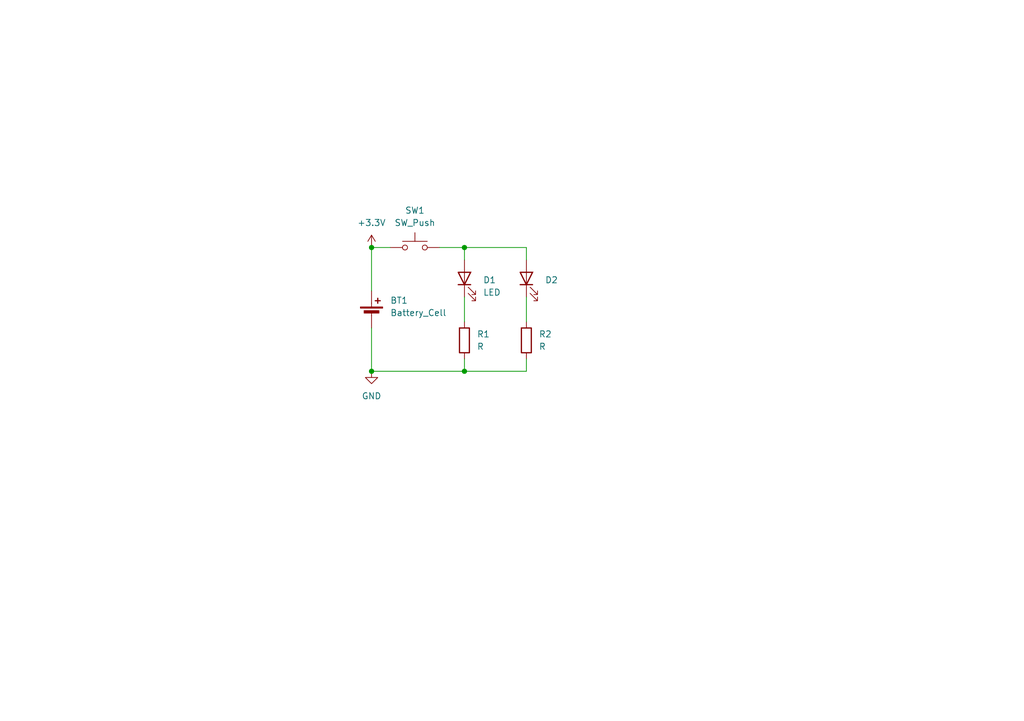
<source format=kicad_sch>
(kicad_sch (version 20250114) (generator "eeschema") (generator_version "9.0")
  (paper "A5")
  (title_block (title "Soldering Kit - Octopus") (date "2025-05-24") (company "Netz39") (comment 1 "created by Timo"))
  (lib_symbols
    (symbol "Device:Battery_Cell" (pin_numbers (hide yes)) (pin_names (offset 0) (hide yes))
      (property "Reference" "BT" (at 2.54 2.54 0))
      (property "Value" "Battery_Cell" (at 2.54 0 0))
      (symbol "Battery_Cell_0_1"
        (rectangle (start -2.286 1.778) (end 2.286 1.524) (fill (type outline)))
        (rectangle (start -1.524 1.016) (end 1.524 0.508) (fill (type outline)))
        (polyline (pts (xy 0 1.778) (xy 0 2.54)))
        (polyline (pts (xy 0 0.762) (xy 0 0)))
        (polyline (pts (xy 0.762 3.048) (xy 1.778 3.048)) (stroke (width 0.254)))
        (polyline (pts (xy 1.27 3.556) (xy 1.27 2.54)) (stroke (width 0.254)))
      )
      (symbol "Battery_Cell_1_1"
        (pin passive line (at 0 5.08 270) (length 2.54) (name "+") (number "1"))
        (pin passive line (at 0 -2.54 90) (length 2.54) (name "-") (number "2"))
      )
    )
    (symbol "Device:LED" (pin_numbers (hide yes)) (pin_names (offset 1.016) (hide yes))
      (property "Reference" "D" (at 0 2.54 0))
      (property "Value" "LED" (at 0 -2.54 0))
      (symbol "LED_0_1"
        (polyline (pts (xy -3.048 -0.762) (xy -4.572 -2.286) (xy -3.81 -2.286) (xy -4.572 -2.286) (xy -4.572 -1.524)))
        (polyline (pts (xy -1.778 -0.762) (xy -3.302 -2.286) (xy -2.54 -2.286) (xy -3.302 -2.286) (xy -3.302 -1.524)))
        (polyline (pts (xy -1.27 0) (xy 1.27 0)))
        (polyline (pts (xy -1.27 -1.27) (xy -1.27 1.27)) (stroke (width 0.254)))
        (polyline (pts (xy 1.27 -1.27) (xy 1.27 1.27) (xy -1.27 0) (xy 1.27 -1.27)) (stroke (width 0.254)))
      )
      (symbol "LED_1_1"
        (pin passive line (at -3.81 0 0) (length 2.54) (name "K") (number "1"))
        (pin passive line (at 3.81 0 180) (length 2.54) (name "A") (number "2"))
      )
    )
    (symbol "Device:R" (pin_numbers (hide yes)) (pin_names (offset 0))
      (property "Reference" "R" (at 2.032 0 90))
      (property "Value" "R" (at 0 0 90))
      (symbol "R_0_1"
        (rectangle (start -1.016 -2.54) (end 1.016 2.54) (stroke (width 0.254)))
      )
      (symbol "R_1_1"
        (pin passive line (at 0 3.81 270) (length 1.27) (name "~") (number "1"))
        (pin passive line (at 0 -3.81 90) (length 1.27) (name "~") (number "2"))
      )
    )
    (symbol "Switch:SW_Push" (pin_numbers (hide yes)) (pin_names (offset 1.016) (hide yes))
      (property "Reference" "SW" (at 1.27 2.54 0))
      (property "Value" "SW_Push" (at 0 -1.524 0))
      (symbol "SW_Push_0_1"
        (circle (center -2.032 0) (radius 0.508))
        (polyline (pts (xy 0 1.27) (xy 0 3.048)))
        (circle (center 2.032 0) (radius 0.508))
        (polyline (pts (xy 2.54 1.27) (xy -2.54 1.27)))
        (pin passive line (at -5.08 0 0) (length 2.54) (name "1") (number "1"))
        (pin passive line (at 5.08 0 180) (length 2.54) (name "2") (number "2"))
      )
    )
    (symbol "power:+3.3V" (power) (pin_numbers (hide yes)) (pin_names (offset 0) (hide yes))
      (property "Value" "+3.3V" (at 0 3.556 0))
      (symbol "+3.3V_0_1"
        (polyline (pts (xy -0.762 1.27) (xy 0 2.54)))
        (polyline (pts (xy 0 2.54) (xy 0.762 1.27)))
        (polyline (pts (xy 0 0) (xy 0 2.54)))
      )
      (symbol "+3.3V_1_1"
        (pin power_in line (at 0 0 90) (length 0) (name "~") (number "1"))
      )
    )
    (symbol "power:GND" (power) (pin_numbers (hide yes)) (pin_names (offset 0) (hide yes))
      (property "Value" "GND" (at 0 -3.81 0))
      (symbol "GND_0_1"
        (polyline (pts (xy 0 0) (xy 0 -1.27) (xy 1.27 -1.27) (xy 0 -2.54) (xy -1.27 -1.27) (xy 0 -1.27)))
      )
      (symbol "GND_1_1"
        (pin power_in line (at 0 0 270) (length 0) (name "~") (number "1"))
      )
    )
  )
  (junction (at 76.2 50.8))
  (junction (at 95.25 76.2))
  (junction (at 76.2 76.2))
  (junction (at 95.25 50.8))
  (wire (pts (xy 95.25 50.8) (xy 95.25 53.34)))
  (wire (pts (xy 95.25 73.66) (xy 95.25 76.2)))
  (wire (pts (xy 76.2 76.2) (xy 76.2 67.31)))
  (wire (pts (xy 95.25 76.2) (xy 76.2 76.2)))
  (wire (pts (xy 107.95 76.2) (xy 95.25 76.2)))
  (wire (pts (xy 107.95 50.8) (xy 107.95 53.34)))
  (wire (pts (xy 107.95 73.66) (xy 107.95 76.2)))
  (wire (pts (xy 80.01 50.8) (xy 76.2 50.8)))
  (wire (pts (xy 76.2 50.8) (xy 76.2 59.69)))
  (wire (pts (xy 107.95 60.96) (xy 107.95 66.04)))
  (wire (pts (xy 95.25 50.8) (xy 90.17 50.8)))
  (wire (pts (xy 107.95 50.8) (xy 95.25 50.8)))
  (wire (pts (xy 95.25 60.96) (xy 95.25 66.04)))
  (symbol (lib_id "Device:R") (at 107.95 69.85 180) (unit 1)
    (property "Reference" "R2" (at 110.49 68.5799 0) (effects (justify right)))
    (property "Value" "R" (at 110.49 71.1199 0) (effects (justify right)))
    (property "Footprint" "myparts:THT on SMD Resistor" (effects (hide yes)))
    (property "Description" "Resistor" (effects (hide yes)))
  )
  (symbol (lib_id "Device:LED") (at 95.25 57.15 90) (unit 1)
    (property "Reference" "D1" (at 99.06 57.4674 90) (effects (justify right)))
    (property "Value" "LED" (at 99.06 60.0074 90) (effects (justify right)))
    (property "Footprint" "myparts:THT on SMD LED" (effects (hide yes)))
    (property "Description" "Light emitting diode" (effects (hide yes)))
    (property "Sim.Pins" "1=K 2=A" (effects (hide yes)))
  )
  (symbol (lib_id "power:+3.3V") (at 76.2 50.8 0) (unit 1)
    (property "Reference" "#PWR01" (effects (hide yes)))
    (property "Value" "+3.3V" (at 76.2 45.72 0))
    (property "Description" "Power symbol creates a global label with name \"+3.3V\"" (effects (hide yes)))
  )
  (symbol (lib_id "power:GND") (at 76.2 76.2 0) (unit 1)
    (property "Reference" "#PWR02" (effects (hide yes)))
    (property "Value" "GND" (at 76.2 81.28 0))
    (property "Description" "Power symbol creates a global label with name \"GND\" , ground" (effects (hide yes)))
  )
  (symbol (lib_id "Device:LED") (at 107.95 57.15 90) (unit 1)
    (property "Reference" "D2" (at 111.76 57.4674 90) (effects (justify right)))
    (property "Value" "LED" (effects (hide yes)))
    (property "Footprint" "myparts:THT on SMD LED" (effects (hide yes)))
    (property "Description" "Light emitting diode" (effects (hide yes)))
    (property "Sim.Pins" "1=K 2=A" (effects (hide yes)))
  )
  (symbol (lib_id "Device:Battery_Cell") (at 76.2 64.77 0) (unit 1)
    (property "Reference" "BT1" (at 80.01 61.6584 0) (effects (justify left)))
    (property "Value" "Battery_Cell" (at 80.01 64.1984 0) (effects (justify left)))
    (property "Footprint" "myparts:Battery Holder CR2032 BH-49B-5" (effects (hide yes)))
    (property "Description" "Single-cell battery" (effects (hide yes)))
  )
  (symbol (lib_id "Switch:SW_Push") (at 85.09 50.8 0) (unit 1)
    (property "Reference" "SW1" (at 85.09 43.18 0))
    (property "Value" "SW_Push" (at 85.09 45.72 0))
    (property "Footprint" "myparts:On Off Button" (effects (hide yes)))
    (property "Description" "Push button switch, generic, two pins" (effects (hide yes)))
  )
  (symbol (lib_id "Device:R") (at 95.25 69.85 180) (unit 1)
    (property "Reference" "R1" (at 97.79 68.5799 0) (effects (justify right)))
    (property "Value" "R" (at 97.79 71.1199 0) (effects (justify right)))
    (property "Footprint" "myparts:THT on SMD Resistor" (effects (hide yes)))
    (property "Description" "Resistor" (effects (hide yes)))
  )
)
</source>
